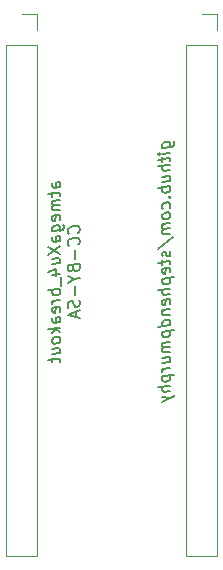
<source format=gbr>
%TF.GenerationSoftware,KiCad,Pcbnew,5.1.6-c6e7f7d~87~ubuntu18.04.1*%
%TF.CreationDate,2020-08-19T11:44:15-04:00*%
%TF.ProjectId,atmegaXu4_breakout,61746d65-6761-4587-9534-5f627265616b,rev?*%
%TF.SameCoordinates,Original*%
%TF.FileFunction,Legend,Bot*%
%TF.FilePolarity,Positive*%
%FSLAX46Y46*%
G04 Gerber Fmt 4.6, Leading zero omitted, Abs format (unit mm)*
G04 Created by KiCad (PCBNEW 5.1.6-c6e7f7d~87~ubuntu18.04.1) date 2020-08-19 11:44:15*
%MOMM*%
%LPD*%
G01*
G04 APERTURE LIST*
%ADD10C,0.150000*%
%ADD11C,0.120000*%
G04 APERTURE END LIST*
D10*
X-4372619Y-13304776D02*
X-4896428Y-13370252D01*
X-4991666Y-13334538D01*
X-5039285Y-13245252D01*
X-5039285Y-13054776D01*
X-4991666Y-12953586D01*
X-4420238Y-13310729D02*
X-4372619Y-13209538D01*
X-4372619Y-12971443D01*
X-4420238Y-12882157D01*
X-4515476Y-12846443D01*
X-4610714Y-12858348D01*
X-4705952Y-12917872D01*
X-4753571Y-13019062D01*
X-4753571Y-13257157D01*
X-4801190Y-13358348D01*
X-5039285Y-13721443D02*
X-5039285Y-14102395D01*
X-5372619Y-13905967D02*
X-4515476Y-13798824D01*
X-4420238Y-13834538D01*
X-4372619Y-13923824D01*
X-4372619Y-14019062D01*
X-4372619Y-14352395D02*
X-5039285Y-14435729D01*
X-4944047Y-14423824D02*
X-4991666Y-14477395D01*
X-5039285Y-14578586D01*
X-5039285Y-14721443D01*
X-4991666Y-14810729D01*
X-4896428Y-14846443D01*
X-4372619Y-14780967D01*
X-4896428Y-14846443D02*
X-4991666Y-14905967D01*
X-5039285Y-15007157D01*
X-5039285Y-15150014D01*
X-4991666Y-15239300D01*
X-4896428Y-15275014D01*
X-4372619Y-15209538D01*
X-4420238Y-16072633D02*
X-4372619Y-15971443D01*
X-4372619Y-15780967D01*
X-4420238Y-15691681D01*
X-4515476Y-15655967D01*
X-4896428Y-15703586D01*
X-4991666Y-15763110D01*
X-5039285Y-15864300D01*
X-5039285Y-16054776D01*
X-4991666Y-16144062D01*
X-4896428Y-16179776D01*
X-4801190Y-16167872D01*
X-4705952Y-15679776D01*
X-5039285Y-17054776D02*
X-4229761Y-16953586D01*
X-4134523Y-16894062D01*
X-4086904Y-16840491D01*
X-4039285Y-16739300D01*
X-4039285Y-16596443D01*
X-4086904Y-16507157D01*
X-4420238Y-16977395D02*
X-4372619Y-16876205D01*
X-4372619Y-16685729D01*
X-4420238Y-16596443D01*
X-4467857Y-16554776D01*
X-4563095Y-16519062D01*
X-4848809Y-16554776D01*
X-4944047Y-16614300D01*
X-4991666Y-16667872D01*
X-5039285Y-16769062D01*
X-5039285Y-16959538D01*
X-4991666Y-17048824D01*
X-4372619Y-17876205D02*
X-4896428Y-17941681D01*
X-4991666Y-17905967D01*
X-5039285Y-17816681D01*
X-5039285Y-17626205D01*
X-4991666Y-17525014D01*
X-4420238Y-17882157D02*
X-4372619Y-17780967D01*
X-4372619Y-17542872D01*
X-4420238Y-17453586D01*
X-4515476Y-17417872D01*
X-4610714Y-17429776D01*
X-4705952Y-17489300D01*
X-4753571Y-17590491D01*
X-4753571Y-17828586D01*
X-4801190Y-17929776D01*
X-5372619Y-18382157D02*
X-4372619Y-18923824D01*
X-5372619Y-19048824D02*
X-4372619Y-18257157D01*
X-5039285Y-19816681D02*
X-4372619Y-19733348D01*
X-5039285Y-19388110D02*
X-4515476Y-19322633D01*
X-4420238Y-19358348D01*
X-4372619Y-19447633D01*
X-4372619Y-19590491D01*
X-4420238Y-19691681D01*
X-4467857Y-19745252D01*
X-5039285Y-20721443D02*
X-4372619Y-20638110D01*
X-5420238Y-20530967D02*
X-4705952Y-20203586D01*
X-4705952Y-20822633D01*
X-4277380Y-20911919D02*
X-4277380Y-21673824D01*
X-4372619Y-21923824D02*
X-5372619Y-22048824D01*
X-4991666Y-22001205D02*
X-5039285Y-22102395D01*
X-5039285Y-22292872D01*
X-4991666Y-22382157D01*
X-4944047Y-22423824D01*
X-4848809Y-22459538D01*
X-4563095Y-22423824D01*
X-4467857Y-22364300D01*
X-4420238Y-22310729D01*
X-4372619Y-22209538D01*
X-4372619Y-22019062D01*
X-4420238Y-21929776D01*
X-4372619Y-22828586D02*
X-5039285Y-22911919D01*
X-4848809Y-22888110D02*
X-4944047Y-22947633D01*
X-4991666Y-23001205D01*
X-5039285Y-23102395D01*
X-5039285Y-23197633D01*
X-4420238Y-23834538D02*
X-4372619Y-23733348D01*
X-4372619Y-23542872D01*
X-4420238Y-23453586D01*
X-4515476Y-23417872D01*
X-4896428Y-23465491D01*
X-4991666Y-23525014D01*
X-5039285Y-23626205D01*
X-5039285Y-23816681D01*
X-4991666Y-23905967D01*
X-4896428Y-23941681D01*
X-4801190Y-23929776D01*
X-4705952Y-23441681D01*
X-4372619Y-24733348D02*
X-4896428Y-24798824D01*
X-4991666Y-24763110D01*
X-5039285Y-24673824D01*
X-5039285Y-24483348D01*
X-4991666Y-24382157D01*
X-4420238Y-24739300D02*
X-4372619Y-24638110D01*
X-4372619Y-24400014D01*
X-4420238Y-24310729D01*
X-4515476Y-24275014D01*
X-4610714Y-24286919D01*
X-4705952Y-24346443D01*
X-4753571Y-24447633D01*
X-4753571Y-24685729D01*
X-4801190Y-24786919D01*
X-4372619Y-25209538D02*
X-5372619Y-25334538D01*
X-4753571Y-25352395D02*
X-4372619Y-25590491D01*
X-5039285Y-25673824D02*
X-4658333Y-25245252D01*
X-4372619Y-26161919D02*
X-4420238Y-26072633D01*
X-4467857Y-26030967D01*
X-4563095Y-25995252D01*
X-4848809Y-26030967D01*
X-4944047Y-26090491D01*
X-4991666Y-26144062D01*
X-5039285Y-26245252D01*
X-5039285Y-26388110D01*
X-4991666Y-26477395D01*
X-4944047Y-26519062D01*
X-4848809Y-26554776D01*
X-4563095Y-26519062D01*
X-4467857Y-26459538D01*
X-4420238Y-26405967D01*
X-4372619Y-26304776D01*
X-4372619Y-26161919D01*
X-5039285Y-27435729D02*
X-4372619Y-27352395D01*
X-5039285Y-27007157D02*
X-4515476Y-26941681D01*
X-4420238Y-26977395D01*
X-4372619Y-27066681D01*
X-4372619Y-27209538D01*
X-4420238Y-27310729D01*
X-4467857Y-27364300D01*
X-5039285Y-27769062D02*
X-5039285Y-28150014D01*
X-5372619Y-27953586D02*
X-4515476Y-27846443D01*
X-4420238Y-27882157D01*
X-4372619Y-27971443D01*
X-4372619Y-28066681D01*
X-2817857Y-17150014D02*
X-2770238Y-17096443D01*
X-2722619Y-16947633D01*
X-2722619Y-16852395D01*
X-2770238Y-16715491D01*
X-2865476Y-16632157D01*
X-2960714Y-16596443D01*
X-3151190Y-16572633D01*
X-3294047Y-16590491D01*
X-3484523Y-16661919D01*
X-3579761Y-16721443D01*
X-3675000Y-16828586D01*
X-3722619Y-16977395D01*
X-3722619Y-17072633D01*
X-3675000Y-17209538D01*
X-3627380Y-17251205D01*
X-2817857Y-18150014D02*
X-2770238Y-18096443D01*
X-2722619Y-17947633D01*
X-2722619Y-17852395D01*
X-2770238Y-17715491D01*
X-2865476Y-17632157D01*
X-2960714Y-17596443D01*
X-3151190Y-17572633D01*
X-3294047Y-17590491D01*
X-3484523Y-17661919D01*
X-3579761Y-17721443D01*
X-3675000Y-17828586D01*
X-3722619Y-17977395D01*
X-3722619Y-18072633D01*
X-3675000Y-18209538D01*
X-3627380Y-18251205D01*
X-3103571Y-18614300D02*
X-3103571Y-19376205D01*
X-3246428Y-20203586D02*
X-3198809Y-20340491D01*
X-3151190Y-20382157D01*
X-3055952Y-20417872D01*
X-2913095Y-20400014D01*
X-2817857Y-20340491D01*
X-2770238Y-20286919D01*
X-2722619Y-20185729D01*
X-2722619Y-19804776D01*
X-3722619Y-19929776D01*
X-3722619Y-20263110D01*
X-3675000Y-20352395D01*
X-3627380Y-20394062D01*
X-3532142Y-20429776D01*
X-3436904Y-20417872D01*
X-3341666Y-20358348D01*
X-3294047Y-20304776D01*
X-3246428Y-20203586D01*
X-3246428Y-19870252D01*
X-3198809Y-21054776D02*
X-2722619Y-20995252D01*
X-3722619Y-20786919D02*
X-3198809Y-21054776D01*
X-3722619Y-21453586D01*
X-3103571Y-21709538D02*
X-3103571Y-22471443D01*
X-2770238Y-22858348D02*
X-2722619Y-22995252D01*
X-2722619Y-23233348D01*
X-2770238Y-23334538D01*
X-2817857Y-23388110D01*
X-2913095Y-23447633D01*
X-3008333Y-23459538D01*
X-3103571Y-23423824D01*
X-3151190Y-23382157D01*
X-3198809Y-23292872D01*
X-3246428Y-23108348D01*
X-3294047Y-23019062D01*
X-3341666Y-22977395D01*
X-3436904Y-22941681D01*
X-3532142Y-22953586D01*
X-3627380Y-23013110D01*
X-3675000Y-23066681D01*
X-3722619Y-23167872D01*
X-3722619Y-23405967D01*
X-3675000Y-23542872D01*
X-3008333Y-23840491D02*
X-3008333Y-24316681D01*
X-2722619Y-23709538D02*
X-3722619Y-24167872D01*
X-2722619Y-24376205D01*
X4285714Y-9983348D02*
X5095238Y-9882157D01*
X5190476Y-9822633D01*
X5238095Y-9769062D01*
X5285714Y-9667872D01*
X5285714Y-9525014D01*
X5238095Y-9435729D01*
X4904761Y-9905967D02*
X4952380Y-9804776D01*
X4952380Y-9614300D01*
X4904761Y-9525014D01*
X4857142Y-9483348D01*
X4761904Y-9447633D01*
X4476190Y-9483348D01*
X4380952Y-9542872D01*
X4333333Y-9596443D01*
X4285714Y-9697633D01*
X4285714Y-9888110D01*
X4333333Y-9977395D01*
X4952380Y-10376205D02*
X4285714Y-10459538D01*
X3952380Y-10501205D02*
X4000000Y-10447633D01*
X4047619Y-10489300D01*
X4000000Y-10542872D01*
X3952380Y-10501205D01*
X4047619Y-10489300D01*
X4285714Y-10792872D02*
X4285714Y-11173824D01*
X3952380Y-10977395D02*
X4809523Y-10870252D01*
X4904761Y-10905967D01*
X4952380Y-10995252D01*
X4952380Y-11090491D01*
X4952380Y-11423824D02*
X3952380Y-11548824D01*
X4952380Y-11852395D02*
X4428571Y-11917872D01*
X4333333Y-11882157D01*
X4285714Y-11792872D01*
X4285714Y-11650014D01*
X4333333Y-11548824D01*
X4380952Y-11495252D01*
X4285714Y-12840491D02*
X4952380Y-12757157D01*
X4285714Y-12411919D02*
X4809523Y-12346443D01*
X4904761Y-12382157D01*
X4952380Y-12471443D01*
X4952380Y-12614300D01*
X4904761Y-12715491D01*
X4857142Y-12769062D01*
X4952380Y-13233348D02*
X3952380Y-13358348D01*
X4333333Y-13310729D02*
X4285714Y-13411919D01*
X4285714Y-13602395D01*
X4333333Y-13691681D01*
X4380952Y-13733348D01*
X4476190Y-13769062D01*
X4761904Y-13733348D01*
X4857142Y-13673824D01*
X4904761Y-13620252D01*
X4952380Y-13519062D01*
X4952380Y-13328586D01*
X4904761Y-13239300D01*
X4857142Y-14150014D02*
X4904761Y-14191681D01*
X4952380Y-14138110D01*
X4904761Y-14096443D01*
X4857142Y-14150014D01*
X4952380Y-14138110D01*
X4904761Y-15048824D02*
X4952380Y-14947633D01*
X4952380Y-14757157D01*
X4904761Y-14667872D01*
X4857142Y-14626205D01*
X4761904Y-14590491D01*
X4476190Y-14626205D01*
X4380952Y-14685729D01*
X4333333Y-14739300D01*
X4285714Y-14840491D01*
X4285714Y-15030967D01*
X4333333Y-15120252D01*
X4952380Y-15614300D02*
X4904761Y-15525014D01*
X4857142Y-15483348D01*
X4761904Y-15447633D01*
X4476190Y-15483348D01*
X4380952Y-15542872D01*
X4333333Y-15596443D01*
X4285714Y-15697633D01*
X4285714Y-15840491D01*
X4333333Y-15929776D01*
X4380952Y-15971443D01*
X4476190Y-16007157D01*
X4761904Y-15971443D01*
X4857142Y-15911919D01*
X4904761Y-15858348D01*
X4952380Y-15757157D01*
X4952380Y-15614300D01*
X4952380Y-16376205D02*
X4285714Y-16459538D01*
X4380952Y-16447633D02*
X4333333Y-16501205D01*
X4285714Y-16602395D01*
X4285714Y-16745252D01*
X4333333Y-16834538D01*
X4428571Y-16870252D01*
X4952380Y-16804776D01*
X4428571Y-16870252D02*
X4333333Y-16929776D01*
X4285714Y-17030967D01*
X4285714Y-17173824D01*
X4333333Y-17263110D01*
X4428571Y-17298824D01*
X4952380Y-17233348D01*
X3904761Y-18554776D02*
X5190476Y-17536919D01*
X4904761Y-18715491D02*
X4952380Y-18804776D01*
X4952380Y-18995252D01*
X4904761Y-19096443D01*
X4809523Y-19155967D01*
X4761904Y-19161919D01*
X4666666Y-19126205D01*
X4619047Y-19036919D01*
X4619047Y-18894062D01*
X4571428Y-18804776D01*
X4476190Y-18769062D01*
X4428571Y-18775014D01*
X4333333Y-18834538D01*
X4285714Y-18935729D01*
X4285714Y-19078586D01*
X4333333Y-19167872D01*
X4285714Y-19507157D02*
X4285714Y-19888110D01*
X3952380Y-19691681D02*
X4809523Y-19584538D01*
X4904761Y-19620252D01*
X4952380Y-19709538D01*
X4952380Y-19804776D01*
X4904761Y-20525014D02*
X4952380Y-20423824D01*
X4952380Y-20233348D01*
X4904761Y-20144062D01*
X4809523Y-20108348D01*
X4428571Y-20155967D01*
X4333333Y-20215491D01*
X4285714Y-20316681D01*
X4285714Y-20507157D01*
X4333333Y-20596443D01*
X4428571Y-20632157D01*
X4523809Y-20620252D01*
X4619047Y-20132157D01*
X4285714Y-21078586D02*
X5285714Y-20953586D01*
X4333333Y-21072633D02*
X4285714Y-21173824D01*
X4285714Y-21364300D01*
X4333333Y-21453586D01*
X4380952Y-21495252D01*
X4476190Y-21530967D01*
X4761904Y-21495252D01*
X4857142Y-21435729D01*
X4904761Y-21382157D01*
X4952380Y-21280967D01*
X4952380Y-21090491D01*
X4904761Y-21001205D01*
X4952380Y-21900014D02*
X3952380Y-22025014D01*
X4952380Y-22328586D02*
X4428571Y-22394062D01*
X4333333Y-22358348D01*
X4285714Y-22269062D01*
X4285714Y-22126205D01*
X4333333Y-22025014D01*
X4380952Y-21971443D01*
X4904761Y-23191681D02*
X4952380Y-23090491D01*
X4952380Y-22900014D01*
X4904761Y-22810729D01*
X4809523Y-22775014D01*
X4428571Y-22822633D01*
X4333333Y-22882157D01*
X4285714Y-22983348D01*
X4285714Y-23173824D01*
X4333333Y-23263110D01*
X4428571Y-23298824D01*
X4523809Y-23286919D01*
X4619047Y-22798824D01*
X4285714Y-23745252D02*
X4952380Y-23661919D01*
X4380952Y-23733348D02*
X4333333Y-23786919D01*
X4285714Y-23888110D01*
X4285714Y-24030967D01*
X4333333Y-24120252D01*
X4428571Y-24155967D01*
X4952380Y-24090491D01*
X4952380Y-24995252D02*
X3952380Y-25120252D01*
X4904761Y-25001205D02*
X4952380Y-24900014D01*
X4952380Y-24709538D01*
X4904761Y-24620252D01*
X4857142Y-24578586D01*
X4761904Y-24542872D01*
X4476190Y-24578586D01*
X4380952Y-24638110D01*
X4333333Y-24691681D01*
X4285714Y-24792872D01*
X4285714Y-24983348D01*
X4333333Y-25072633D01*
X4285714Y-25554776D02*
X5285714Y-25429776D01*
X4333333Y-25548824D02*
X4285714Y-25650014D01*
X4285714Y-25840491D01*
X4333333Y-25929776D01*
X4380952Y-25971443D01*
X4476190Y-26007157D01*
X4761904Y-25971443D01*
X4857142Y-25911919D01*
X4904761Y-25858348D01*
X4952380Y-25757157D01*
X4952380Y-25566681D01*
X4904761Y-25477395D01*
X4952380Y-26376205D02*
X4285714Y-26459538D01*
X4380952Y-26447633D02*
X4333333Y-26501205D01*
X4285714Y-26602395D01*
X4285714Y-26745252D01*
X4333333Y-26834538D01*
X4428571Y-26870252D01*
X4952380Y-26804776D01*
X4428571Y-26870252D02*
X4333333Y-26929776D01*
X4285714Y-27030967D01*
X4285714Y-27173824D01*
X4333333Y-27263110D01*
X4428571Y-27298824D01*
X4952380Y-27233348D01*
X4285714Y-28221443D02*
X4952380Y-28138110D01*
X4285714Y-27792872D02*
X4809523Y-27727395D01*
X4904761Y-27763110D01*
X4952380Y-27852395D01*
X4952380Y-27995252D01*
X4904761Y-28096443D01*
X4857142Y-28150014D01*
X4952380Y-28614300D02*
X4285714Y-28697633D01*
X4476190Y-28673824D02*
X4380952Y-28733348D01*
X4333333Y-28786919D01*
X4285714Y-28888110D01*
X4285714Y-28983348D01*
X4285714Y-29316681D02*
X5285714Y-29191681D01*
X4333333Y-29310729D02*
X4285714Y-29411919D01*
X4285714Y-29602395D01*
X4333333Y-29691681D01*
X4380952Y-29733348D01*
X4476190Y-29769062D01*
X4761904Y-29733348D01*
X4857142Y-29673824D01*
X4904761Y-29620252D01*
X4952380Y-29519062D01*
X4952380Y-29328586D01*
X4904761Y-29239300D01*
X4952380Y-30138110D02*
X3952380Y-30263110D01*
X4952380Y-30566681D02*
X4428571Y-30632157D01*
X4333333Y-30596443D01*
X4285714Y-30507157D01*
X4285714Y-30364300D01*
X4333333Y-30263110D01*
X4380952Y-30209538D01*
X4285714Y-31030967D02*
X4952380Y-31185729D01*
X4285714Y-31507157D02*
X4952380Y-31185729D01*
X5190476Y-31060729D01*
X5238095Y-31007157D01*
X5285714Y-30905967D01*
D11*
%TO.C,J3*%
X8950000Y1330000D02*
X7620000Y1330000D01*
X8950000Y0D02*
X8950000Y1330000D01*
X8950000Y-1270000D02*
X6290000Y-1270000D01*
X6290000Y-1270000D02*
X6290000Y-44510000D01*
X8950000Y-1270000D02*
X8950000Y-44510000D01*
X8950000Y-44510000D02*
X6290000Y-44510000D01*
%TO.C,J2*%
X-6290000Y1330000D02*
X-7620000Y1330000D01*
X-6290000Y0D02*
X-6290000Y1330000D01*
X-6290000Y-1270000D02*
X-8950000Y-1270000D01*
X-8950000Y-1270000D02*
X-8950000Y-44510000D01*
X-6290000Y-1270000D02*
X-6290000Y-44510000D01*
X-6290000Y-44510000D02*
X-8950000Y-44510000D01*
%TD*%
M02*

</source>
